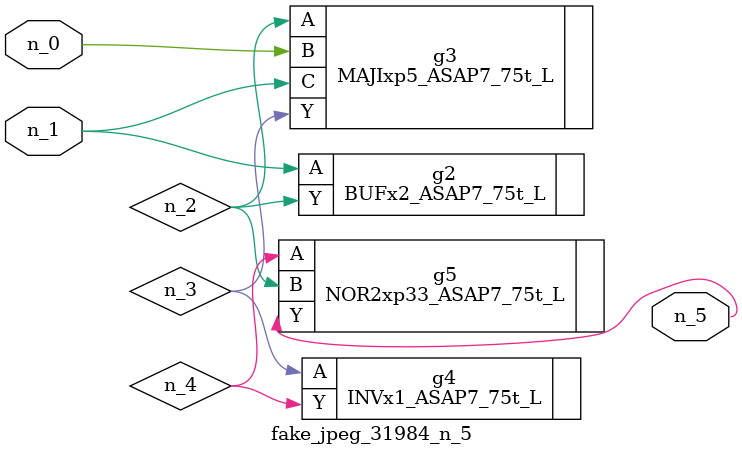
<source format=v>
module fake_jpeg_31984_n_5 (n_0, n_1, n_5);

input n_0;
input n_1;

output n_5;

wire n_2;
wire n_3;
wire n_4;

BUFx2_ASAP7_75t_L g2 ( 
.A(n_1),
.Y(n_2)
);

MAJIxp5_ASAP7_75t_L g3 ( 
.A(n_2),
.B(n_0),
.C(n_1),
.Y(n_3)
);

INVx1_ASAP7_75t_L g4 ( 
.A(n_3),
.Y(n_4)
);

NOR2xp33_ASAP7_75t_L g5 ( 
.A(n_4),
.B(n_2),
.Y(n_5)
);


endmodule
</source>
